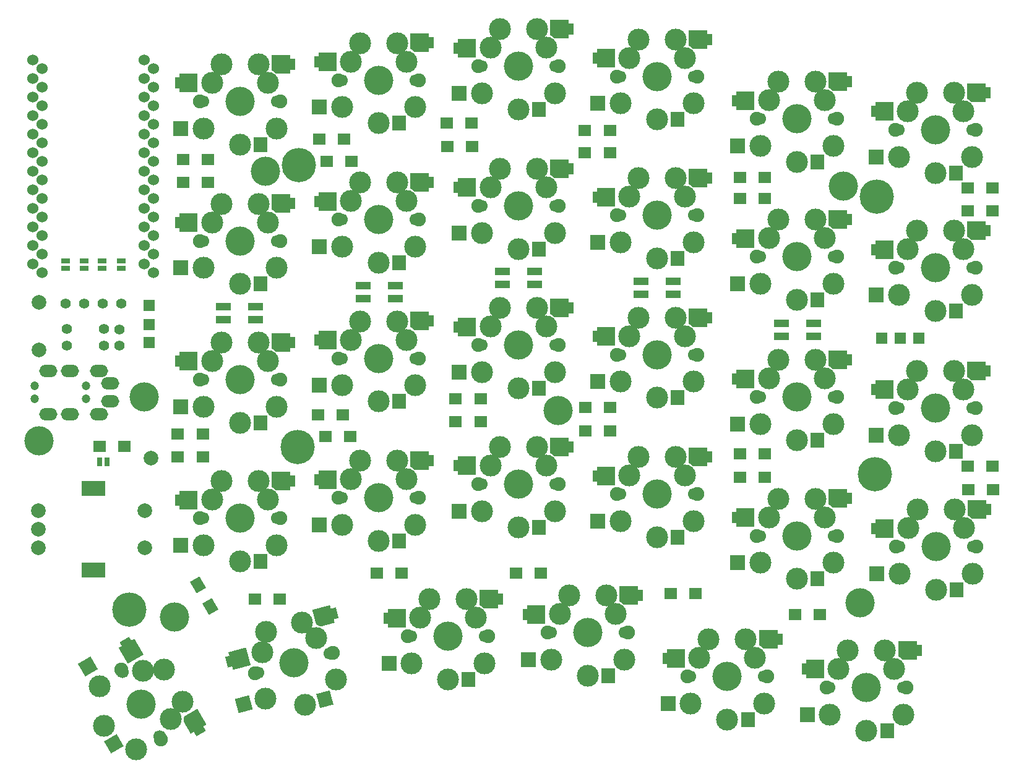
<source format=gbr>
%TF.GenerationSoftware,KiCad,Pcbnew,(5.99.0-9486-g75c525af4f)*%
%TF.CreationDate,2021-07-25T02:57:46+01:00*%
%TF.ProjectId,LimeKeyboard,4c696d65-4b65-4796-926f-6172642e6b69,rev?*%
%TF.SameCoordinates,Original*%
%TF.FileFunction,Soldermask,Bot*%
%TF.FilePolarity,Negative*%
%FSLAX46Y46*%
G04 Gerber Fmt 4.6, Leading zero omitted, Abs format (unit mm)*
G04 Created by KiCad (PCBNEW (5.99.0-9486-g75c525af4f)) date 2021-07-25 02:57:46*
%MOMM*%
%LPD*%
G01*
G04 APERTURE LIST*
G04 Aperture macros list*
%AMRotRect*
0 Rectangle, with rotation*
0 The origin of the aperture is its center*
0 $1 length*
0 $2 width*
0 $3 Rotation angle, in degrees counterclockwise*
0 Add horizontal line*
21,1,$1,$2,0,0,$3*%
%AMFreePoly0*
4,1,17,2.735355,1.235355,2.750000,1.200000,2.750000,-1.200000,2.735355,-1.235355,2.700000,-1.250000,0.300000,-1.250000,0.264645,-1.235355,0.250000,-1.200000,0.250000,-0.750000,-0.350000,-0.750000,-0.350000,0.750000,0.250000,0.750000,0.250000,1.200000,0.264645,1.235355,0.300000,1.250000,2.700000,1.250000,2.735355,1.235355,2.735355,1.235355,$1*%
%AMFreePoly1*
4,1,24,-0.364645,1.235355,-0.350000,1.200000,-0.350000,0.750000,0.350000,0.750000,0.350000,-0.750000,-0.350000,-0.750000,-0.350000,-1.200000,-0.364645,-1.235355,-0.400000,-1.250000,-2.300000,-1.250000,-2.315318,-1.243655,-2.331235,-1.239043,-2.831235,-0.839043,-2.832649,-0.836476,-2.835355,-0.835355,-2.841697,-0.820044,-2.849694,-0.805522,-2.848878,-0.802708,-2.850000,-0.800000,-2.850000,1.200000,
-2.835355,1.235355,-2.800000,1.250000,-0.400000,1.250000,-0.364645,1.235355,-0.364645,1.235355,$1*%
G04 Aperture macros list end*
%ADD10R,0.635000X1.143000*%
%ADD11R,2.000000X1.000000*%
%ADD12R,1.800000X1.500000*%
%ADD13C,3.000000*%
%ADD14C,1.900000*%
%ADD15C,1.700000*%
%ADD16C,4.000000*%
%ADD17R,2.000000X2.000000*%
%ADD18FreePoly0,0.000000*%
%ADD19FreePoly1,0.000000*%
%ADD20R,1.900000X2.000000*%
%ADD21C,4.700000*%
%ADD22C,2.000000*%
%ADD23C,1.397000*%
%ADD24FreePoly0,300.000000*%
%ADD25RotRect,2.000000X2.000000X120.000000*%
%ADD26RotRect,1.900000X2.000000X120.000000*%
%ADD27FreePoly1,300.000000*%
%ADD28R,1.524000X1.524000*%
%ADD29RotRect,1.800000X1.500000X300.000000*%
%ADD30C,1.200000*%
%ADD31O,2.500000X1.700000*%
%ADD32C,1.524000*%
%ADD33R,3.200000X2.000000*%
%ADD34RotRect,2.000000X2.000000X195.000000*%
%ADD35FreePoly0,15.000000*%
%ADD36FreePoly1,15.000000*%
%ADD37RotRect,1.900000X2.000000X195.000000*%
%ADD38R,1.143000X0.635000*%
G04 APERTURE END LIST*
D10*
%TO.C,JP6*%
X91750380Y-105650000D03*
X90749620Y-105650000D03*
%TD*%
D11*
%TO.C,D35*%
X169281200Y-80976500D03*
X169281200Y-82726500D03*
X164881200Y-82726500D03*
X164881200Y-80976500D03*
%TD*%
D12*
%TO.C,D20*%
X121649300Y-102235600D03*
X125049300Y-102235600D03*
%TD*%
%TO.C,D2*%
X120814400Y-61503900D03*
X124214400Y-61503900D03*
%TD*%
D13*
%TO.C,SW1*%
X112499000Y-51231900D03*
X109959000Y-62211900D03*
D14*
X115459000Y-56311900D03*
D13*
X107419000Y-51231900D03*
X114959000Y-60011900D03*
D15*
X104879000Y-56311900D03*
D13*
X104959000Y-60011900D03*
X113769000Y-53771900D03*
X106149000Y-53771899D03*
D16*
X109959000Y-56311900D03*
D15*
X115039000Y-56311900D03*
D14*
X104459000Y-56311900D03*
D17*
X101859000Y-60011900D03*
D18*
X101459000Y-53811900D03*
D19*
X117159000Y-51211900D03*
D20*
X112759000Y-62211900D03*
%TD*%
D13*
%TO.C,SW24*%
X200209000Y-121011900D03*
X202669000Y-112231900D03*
D14*
X199709000Y-117311900D03*
D13*
X209019000Y-114771900D03*
D15*
X200129000Y-117311900D03*
D14*
X210709000Y-117311900D03*
D13*
X205209000Y-123211900D03*
D16*
X205209000Y-117311900D03*
D13*
X201399000Y-114771899D03*
X207749000Y-112231900D03*
X210209000Y-121011900D03*
D15*
X210289000Y-117311900D03*
D17*
X197109000Y-121011900D03*
D18*
X196709000Y-114811900D03*
D19*
X212409000Y-112211900D03*
D20*
X208009000Y-123211900D03*
%TD*%
D12*
%TO.C,D10*%
X157176200Y-63360900D03*
X160576200Y-63360900D03*
%TD*%
D21*
%TO.C,TH5*%
X117827100Y-103670600D03*
%TD*%
D12*
%TO.C,D26*%
X111990400Y-124510800D03*
X115390400Y-124510800D03*
%TD*%
%TO.C,D14*%
X120649300Y-99235600D03*
X124049300Y-99235600D03*
%TD*%
%TO.C,D4*%
X157176200Y-60260900D03*
X160576200Y-60260900D03*
%TD*%
%TO.C,D13*%
X101473200Y-101880100D03*
X104873200Y-101880100D03*
%TD*%
D13*
%TO.C,SW3*%
X144249000Y-48981899D03*
D14*
X142559000Y-51521900D03*
D13*
X143059000Y-55221900D03*
D14*
X153559000Y-51521900D03*
D13*
X151869000Y-48981900D03*
X145519000Y-46441900D03*
X150599000Y-46441900D03*
X148059000Y-57421900D03*
D16*
X148059000Y-51521900D03*
D15*
X153139000Y-51521900D03*
X142979000Y-51521900D03*
D13*
X153059000Y-55221900D03*
D18*
X139559000Y-49021900D03*
D17*
X139959000Y-55221900D03*
D19*
X155259000Y-46421900D03*
D20*
X150859000Y-57421900D03*
%TD*%
D12*
%TO.C,D1*%
X102159000Y-64311900D03*
X105559000Y-64311900D03*
%TD*%
%TO.C,D7*%
X102159000Y-67411900D03*
X105559000Y-67411900D03*
%TD*%
D22*
%TO.C,RSW1*%
X82461100Y-83873200D03*
X82461100Y-90373200D03*
%TD*%
D23*
%TO.C,R2*%
X86291772Y-87510765D03*
X91371772Y-87510765D03*
%TD*%
D12*
%TO.C,D6*%
X209546300Y-68162700D03*
X212946300Y-68162700D03*
%TD*%
%TO.C,D5*%
X178397100Y-66699200D03*
X181797100Y-66699200D03*
%TD*%
%TO.C,D3*%
X138239700Y-59318100D03*
X141639700Y-59318100D03*
%TD*%
%TO.C,D12*%
X209546300Y-71262700D03*
X212946300Y-71262700D03*
%TD*%
%TO.C,D9*%
X138339700Y-62518100D03*
X141739700Y-62518100D03*
%TD*%
%TO.C,D11*%
X178397100Y-69599200D03*
X181797100Y-69599200D03*
%TD*%
D16*
%TO.C,TH5*%
X192519300Y-67881500D03*
%TD*%
%TO.C,TH7*%
X153530300Y-98640900D03*
%TD*%
%TO.C,TH3*%
X100990400Y-126949200D03*
%TD*%
D11*
%TO.C,D36*%
X188445500Y-86742300D03*
X188445500Y-88492300D03*
X184045500Y-88492300D03*
X184045500Y-86742300D03*
%TD*%
D16*
%TO.C,TH6*%
X113474500Y-65849500D03*
%TD*%
D14*
%TO.C,SW25*%
X99189000Y-143655040D03*
D15*
X98979000Y-143291309D03*
D13*
X95734706Y-145072027D03*
X100543705Y-140921457D03*
X99568409Y-134152195D03*
D14*
X93689000Y-134128760D03*
D13*
X91329450Y-141841900D03*
X96733705Y-134322343D03*
D16*
X96439000Y-138891900D03*
D15*
X93899000Y-134492491D03*
D13*
X102108409Y-138551605D03*
X90734706Y-136411773D03*
D24*
X94354064Y-130280684D03*
D25*
X89184706Y-133727094D03*
D26*
X92729450Y-144266771D03*
D27*
X104455730Y-142577283D03*
%TD*%
D16*
%TO.C,TH4*%
X194856100Y-124968000D03*
%TD*%
D28*
%TO.C,LED*%
X97548700Y-89355300D03*
X97548700Y-86855300D03*
X97548700Y-84255300D03*
%TD*%
%TO.C,LED*%
X202844400Y-88734900D03*
X200344400Y-88734900D03*
X197744400Y-88734900D03*
%TD*%
D16*
%TO.C,TH1*%
X82473800Y-102831900D03*
%TD*%
D12*
%TO.C,D27*%
X128715900Y-120918100D03*
X132115900Y-120918100D03*
%TD*%
%TO.C,D15*%
X139484300Y-97062500D03*
X142884300Y-97062500D03*
%TD*%
%TO.C,D31*%
X90750000Y-103575000D03*
X94150000Y-103575000D03*
%TD*%
D29*
%TO.C,D25*%
X104190800Y-122516900D03*
X105890800Y-125461386D03*
%TD*%
D16*
%TO.C,TH2*%
X96824800Y-96824800D03*
%TD*%
D12*
%TO.C,D22*%
X157214300Y-101410100D03*
X160614300Y-101410100D03*
%TD*%
%TO.C,D16*%
X157214300Y-98210100D03*
X160614300Y-98210100D03*
%TD*%
%TO.C,D18*%
X209546300Y-106262700D03*
X212946300Y-106262700D03*
%TD*%
D13*
%TO.C,SW29*%
X181659000Y-138777200D03*
X172849000Y-132537199D03*
X179199000Y-129997200D03*
D16*
X176659000Y-135077200D03*
D15*
X181739000Y-135077200D03*
D13*
X180469000Y-132537200D03*
X176659000Y-140977200D03*
X171659000Y-138777200D03*
D15*
X171579000Y-135077200D03*
D14*
X182159000Y-135077200D03*
X171159000Y-135077200D03*
D13*
X174119000Y-129997200D03*
D18*
X168159000Y-132577200D03*
D17*
X168559000Y-138777200D03*
D19*
X183859000Y-129977200D03*
D20*
X179459000Y-140977200D03*
%TD*%
D12*
%TO.C,D28*%
X147739700Y-120918100D03*
X151139700Y-120918100D03*
%TD*%
%TO.C,D24*%
X209646300Y-109462700D03*
X213046300Y-109462700D03*
%TD*%
%TO.C,D17*%
X178397100Y-104599200D03*
X181797100Y-104599200D03*
%TD*%
%TO.C,D23*%
X178397100Y-107799200D03*
X181797100Y-107799200D03*
%TD*%
D15*
%TO.C,SW30*%
X200789000Y-136577200D03*
D16*
X195709000Y-136577200D03*
D13*
X195709000Y-142477200D03*
X199519000Y-134037200D03*
X193169000Y-131497200D03*
X198249000Y-131497200D03*
X191899000Y-134037199D03*
D15*
X190629000Y-136577200D03*
D13*
X190709000Y-140277200D03*
D14*
X190209000Y-136577200D03*
D13*
X200709000Y-140277200D03*
D14*
X201209000Y-136577200D03*
D18*
X187209000Y-134077200D03*
D17*
X187609000Y-140277200D03*
D19*
X202909000Y-131477200D03*
D20*
X198509000Y-142477200D03*
%TD*%
D12*
%TO.C,D21*%
X139484300Y-100162500D03*
X142884300Y-100162500D03*
%TD*%
D23*
%TO.C,J3*%
X86146300Y-83985300D03*
X88686300Y-83985300D03*
X91226300Y-83985300D03*
X93766300Y-83985300D03*
%TD*%
D12*
%TO.C,D19*%
X101473200Y-104980100D03*
X104873200Y-104980100D03*
%TD*%
D15*
%TO.C,SW21*%
X153139000Y-108711900D03*
D13*
X150599000Y-103631900D03*
X148059000Y-114611900D03*
X143059000Y-112411900D03*
D15*
X142979000Y-108711900D03*
D13*
X144249000Y-106171899D03*
X151869000Y-106171900D03*
D14*
X153559000Y-108711900D03*
D16*
X148059000Y-108711900D03*
D13*
X153059000Y-112411900D03*
D14*
X142559000Y-108711900D03*
D13*
X145519000Y-103631900D03*
D17*
X139959000Y-112411900D03*
D18*
X139559000Y-106211900D03*
D19*
X155259000Y-103611900D03*
D20*
X150859000Y-114611900D03*
%TD*%
D13*
%TO.C,SW20*%
X123959000Y-114311900D03*
X131499000Y-105531900D03*
X133959000Y-114311900D03*
X128959000Y-116511900D03*
X125149000Y-108071899D03*
D15*
X134039000Y-110611900D03*
D14*
X134459000Y-110611900D03*
X123459000Y-110611900D03*
D15*
X123879000Y-110611900D03*
D16*
X128959000Y-110611900D03*
D13*
X132769000Y-108071900D03*
X126419000Y-105531900D03*
D17*
X120859000Y-114311900D03*
D18*
X120459000Y-108111900D03*
D20*
X131759000Y-116511900D03*
D19*
X136159000Y-105511900D03*
%TD*%
D13*
%TO.C,SW23*%
X188699000Y-110731900D03*
D16*
X186159000Y-115811900D03*
D14*
X191659000Y-115811900D03*
D15*
X181079000Y-115811900D03*
D13*
X189969000Y-113271900D03*
X186159000Y-121711900D03*
X182349000Y-113271899D03*
D15*
X191239000Y-115811900D03*
D14*
X180659000Y-115811900D03*
D13*
X183619000Y-110731900D03*
X191159000Y-119511900D03*
X181159000Y-119511900D03*
D17*
X178059000Y-119511900D03*
D18*
X177659000Y-113311900D03*
D20*
X188959000Y-121711900D03*
D19*
X193359000Y-110711900D03*
%TD*%
D13*
%TO.C,SW27*%
X138459000Y-135461900D03*
D16*
X138459000Y-129561900D03*
D15*
X133379000Y-129561900D03*
D13*
X134649000Y-127021899D03*
D14*
X132959000Y-129561900D03*
D13*
X143459000Y-133261900D03*
D14*
X143959000Y-129561900D03*
D13*
X140999000Y-124481900D03*
X135919000Y-124481900D03*
D15*
X143539000Y-129561900D03*
D13*
X133459000Y-133261900D03*
X142269000Y-127021900D03*
D18*
X129959000Y-127061900D03*
D17*
X130359000Y-133261900D03*
D20*
X141259000Y-135461900D03*
D19*
X145659000Y-124461900D03*
%TD*%
D13*
%TO.C,SW17*%
X191159000Y-100511900D03*
X182349000Y-94271899D03*
X188699000Y-91731900D03*
X181159000Y-100511900D03*
X186159000Y-102711900D03*
D14*
X191659000Y-96811900D03*
D13*
X189969000Y-94271900D03*
D15*
X181079000Y-96811900D03*
D13*
X183619000Y-91731900D03*
D14*
X180659000Y-96811900D03*
D15*
X191239000Y-96811900D03*
D16*
X186159000Y-96811900D03*
D18*
X177659000Y-94311900D03*
D17*
X178059000Y-100511900D03*
D20*
X188959000Y-102711900D03*
D19*
X193359000Y-91711900D03*
%TD*%
D13*
%TO.C,SW15*%
X150599000Y-84631900D03*
X153059000Y-93411900D03*
X144249000Y-87171899D03*
X143059000Y-93411900D03*
X151869000Y-87171900D03*
X148059000Y-95611900D03*
X145519000Y-84631900D03*
D15*
X153139000Y-89711900D03*
D16*
X148059000Y-89711900D03*
D15*
X142979000Y-89711900D03*
D14*
X142559000Y-89711900D03*
X153559000Y-89711900D03*
D17*
X139959000Y-93411900D03*
D18*
X139559000Y-87211900D03*
D19*
X155259000Y-84611900D03*
D20*
X150859000Y-95611900D03*
%TD*%
D13*
%TO.C,SW14*%
X128959000Y-97411900D03*
D16*
X128959000Y-91511900D03*
D15*
X134039000Y-91511900D03*
D14*
X123459000Y-91511900D03*
D13*
X125149000Y-88971899D03*
D15*
X123879000Y-91511900D03*
D13*
X132769000Y-88971900D03*
X133959000Y-95211900D03*
X131499000Y-86431900D03*
X126419000Y-86431900D03*
X123959000Y-95211900D03*
D14*
X134459000Y-91511900D03*
D17*
X120859000Y-95211900D03*
D18*
X120459000Y-89011900D03*
D20*
X131759000Y-97411900D03*
D19*
X136159000Y-86411900D03*
%TD*%
D30*
%TO.C,J2*%
X81918100Y-95302000D03*
X81918100Y-97052000D03*
X88918100Y-97052000D03*
X88918100Y-95302000D03*
D31*
X90718100Y-99152000D03*
X90718100Y-93202000D03*
X86718100Y-93202000D03*
X86718100Y-99152000D03*
X83718100Y-99152000D03*
X83718100Y-93202000D03*
X92218100Y-94952000D03*
X92218100Y-97402000D03*
%TD*%
D32*
%TO.C,U1*%
X98165115Y-51811045D03*
X81626300Y-50615300D03*
X98165115Y-54351045D03*
X81626300Y-53155300D03*
X81626300Y-55695300D03*
X98165115Y-56891045D03*
X81626300Y-58235300D03*
X98165115Y-59431045D03*
X98165115Y-61971045D03*
X81626300Y-60775300D03*
X98165115Y-64511045D03*
X81626300Y-63315300D03*
X98165115Y-67051045D03*
X81626300Y-65855300D03*
X81626300Y-68395300D03*
X98165115Y-69591045D03*
X98165115Y-72131045D03*
X81626300Y-70935300D03*
X98165115Y-74671045D03*
X81626300Y-73475300D03*
X98165115Y-77211045D03*
X81626300Y-76015300D03*
X98165115Y-79751045D03*
X81626300Y-78555300D03*
X96866300Y-78555300D03*
X82925115Y-79751045D03*
X82925115Y-77211045D03*
X96866300Y-76015300D03*
X82925115Y-74671045D03*
X96866300Y-73475300D03*
X82925115Y-72131045D03*
X96866300Y-70935300D03*
X96866300Y-68395300D03*
X82925115Y-69591045D03*
X82925115Y-67051045D03*
X96866300Y-65855300D03*
X82925115Y-64511045D03*
X96866300Y-63315300D03*
X96866300Y-60775300D03*
X82925115Y-61971045D03*
X82925115Y-59431045D03*
X96866300Y-58235300D03*
X96866300Y-55695300D03*
X82925115Y-56891045D03*
X82925115Y-54351045D03*
X96866300Y-53155300D03*
X96866300Y-50615300D03*
X82925115Y-51811045D03*
%TD*%
D16*
%TO.C,SW16*%
X167059000Y-91011900D03*
D13*
X172059000Y-94711900D03*
D15*
X172139000Y-91011900D03*
D13*
X164519000Y-85931900D03*
X170869000Y-88471900D03*
D15*
X161979000Y-91011900D03*
D14*
X172559000Y-91011900D03*
D13*
X169599000Y-85931900D03*
X162059000Y-94711900D03*
X163249000Y-88471899D03*
X167059000Y-96911900D03*
D14*
X161559000Y-91011900D03*
D17*
X158959000Y-94711900D03*
D18*
X158559000Y-88511900D03*
D19*
X174259000Y-85911900D03*
D20*
X169859000Y-96911900D03*
%TD*%
D16*
%TO.C,SW28*%
X157559000Y-129061900D03*
D13*
X160099000Y-123981900D03*
X162559000Y-132761900D03*
X152559000Y-132761900D03*
X157559000Y-134961900D03*
X153749000Y-126521899D03*
D14*
X152059000Y-129061900D03*
D15*
X162639000Y-129061900D03*
D13*
X155019000Y-123981900D03*
X161369000Y-126521900D03*
D15*
X152479000Y-129061900D03*
D14*
X163059000Y-129061900D03*
D17*
X149459000Y-132761900D03*
D18*
X149059000Y-126561900D03*
D20*
X160359000Y-134961900D03*
D19*
X164759000Y-123961900D03*
%TD*%
D15*
%TO.C,SW19*%
X115039000Y-113411900D03*
D14*
X115459000Y-113411900D03*
D13*
X109959000Y-119311900D03*
X113769000Y-110871900D03*
X107419000Y-108331900D03*
D15*
X104879000Y-113411900D03*
D13*
X106149000Y-110871899D03*
X104959000Y-117111900D03*
X112499000Y-108331900D03*
D16*
X109959000Y-113411900D03*
D13*
X114959000Y-117111900D03*
D14*
X104459000Y-113411900D03*
D17*
X101859000Y-117111900D03*
D18*
X101459000Y-110911900D03*
D20*
X112759000Y-119311900D03*
D19*
X117159000Y-108311900D03*
%TD*%
D22*
%TO.C,SW31*%
X82416000Y-112409600D03*
X82416000Y-117409600D03*
X82416000Y-114909600D03*
D33*
X89916000Y-109309600D03*
X89916000Y-120509600D03*
D22*
X96916000Y-117409600D03*
X96916000Y-112409600D03*
%TD*%
D15*
%TO.C,SW22*%
X161979000Y-110111900D03*
D13*
X170869000Y-107571900D03*
X164519000Y-105031900D03*
X167059000Y-116011900D03*
X172059000Y-113811900D03*
D16*
X167059000Y-110111900D03*
D13*
X169599000Y-105031900D03*
X162059000Y-113811900D03*
D14*
X161559000Y-110111900D03*
D15*
X172139000Y-110111900D03*
D14*
X172559000Y-110111900D03*
D13*
X163249000Y-107571899D03*
D18*
X158559000Y-107611900D03*
D17*
X158959000Y-113811900D03*
D20*
X169859000Y-116011900D03*
D19*
X174259000Y-105011900D03*
%TD*%
D13*
%TO.C,SW26*%
X118477651Y-127667596D03*
D14*
X122651592Y-131808395D03*
D16*
X117339000Y-133231900D03*
D14*
X112026408Y-134655405D03*
D15*
X112432097Y-134546701D03*
D13*
X113570748Y-128982397D03*
D15*
X122245903Y-131917099D03*
D13*
X113001422Y-131764548D03*
X118866032Y-138930862D03*
X113467001Y-138099921D03*
X123126260Y-135511730D03*
X120361777Y-129792348D03*
D34*
X110472631Y-138902260D03*
D35*
X108481583Y-133017047D03*
D36*
X122973689Y-126442181D03*
D37*
X121570625Y-138206169D03*
%TD*%
D13*
%TO.C,SW18*%
X205159000Y-104211900D03*
X208969000Y-95771900D03*
X202619000Y-93231900D03*
X201349000Y-95771899D03*
D14*
X210659000Y-98311900D03*
D13*
X207699000Y-93231900D03*
X200159000Y-102011900D03*
D14*
X199659000Y-98311900D03*
D15*
X210239000Y-98311900D03*
D16*
X205159000Y-98311900D03*
D13*
X210159000Y-102011900D03*
D15*
X200079000Y-98311900D03*
D18*
X196659000Y-95811900D03*
D17*
X197059000Y-102011900D03*
D20*
X207959000Y-104211900D03*
D19*
X212359000Y-93211900D03*
%TD*%
D21*
%TO.C,TH4*%
X197142100Y-69329300D03*
%TD*%
%TO.C,TH7*%
X94800000Y-125875000D03*
%TD*%
D11*
%TO.C,D33*%
X131244700Y-81548000D03*
X131244700Y-83298000D03*
X126844700Y-83298000D03*
X126844700Y-81548000D03*
%TD*%
D21*
%TO.C,TH3*%
X118055700Y-65048300D03*
%TD*%
D11*
%TO.C,D32*%
X112133600Y-84444100D03*
X112133600Y-86194100D03*
X107733600Y-86194100D03*
X107733600Y-84444100D03*
%TD*%
D12*
%TO.C,D29*%
X168913600Y-123710700D03*
X172313600Y-123710700D03*
%TD*%
%TO.C,D8*%
X121814400Y-64503900D03*
X125214400Y-64503900D03*
%TD*%
%TO.C,D30*%
X185954800Y-126607700D03*
X189354800Y-126607700D03*
%TD*%
D11*
%TO.C,D34*%
X150320100Y-79630300D03*
X150320100Y-81380300D03*
X145920100Y-81380300D03*
X145920100Y-79630300D03*
%TD*%
D15*
%TO.C,SW12*%
X210239000Y-79111900D03*
D13*
X210159000Y-82811900D03*
D16*
X205159000Y-79111900D03*
D14*
X199659000Y-79111900D03*
D13*
X201349000Y-76571899D03*
D15*
X200079000Y-79111900D03*
D13*
X208969000Y-76571900D03*
X200159000Y-82811900D03*
D14*
X210659000Y-79111900D03*
D13*
X202619000Y-74031900D03*
X207699000Y-74031900D03*
X205159000Y-85011900D03*
D18*
X196659000Y-76611900D03*
D17*
X197059000Y-82811900D03*
D20*
X207959000Y-85011900D03*
D19*
X212359000Y-74011900D03*
%TD*%
D23*
%TO.C,R1*%
X86291772Y-89760765D03*
X91371772Y-89760765D03*
%TD*%
D13*
%TO.C,SW8*%
X126419000Y-67431900D03*
X133959000Y-76211900D03*
D15*
X123879000Y-72511900D03*
D13*
X132769000Y-69971900D03*
X131499000Y-67431900D03*
X125149000Y-69971899D03*
D16*
X128959000Y-72511900D03*
D13*
X128959000Y-78411900D03*
X123959000Y-76211900D03*
D15*
X134039000Y-72511900D03*
D14*
X123459000Y-72511900D03*
X134459000Y-72511900D03*
D18*
X120459000Y-70011900D03*
D17*
X120859000Y-76211900D03*
D20*
X131759000Y-78411900D03*
D19*
X136159000Y-67411900D03*
%TD*%
D13*
%TO.C,SW5*%
X181159000Y-62411900D03*
D16*
X186159000Y-58711900D03*
D13*
X182349000Y-56171899D03*
X183619000Y-53631900D03*
X188699000Y-53631900D03*
D15*
X191239000Y-58711900D03*
D13*
X186159000Y-64611900D03*
D15*
X181079000Y-58711900D03*
D13*
X189969000Y-56171900D03*
D14*
X180659000Y-58711900D03*
X191659000Y-58711900D03*
D13*
X191159000Y-62411900D03*
D17*
X178059000Y-62411900D03*
D18*
X177659000Y-56211900D03*
D20*
X188959000Y-64611900D03*
D19*
X193359000Y-53611900D03*
%TD*%
D14*
%TO.C,SW10*%
X172559000Y-71911900D03*
D15*
X172139000Y-71911900D03*
D13*
X163249000Y-69371899D03*
D15*
X161979000Y-71911900D03*
D13*
X170869000Y-69371900D03*
X172059000Y-75611900D03*
X164519000Y-66831900D03*
D14*
X161559000Y-71911900D03*
D13*
X162059000Y-75611900D03*
X167059000Y-77811900D03*
D16*
X167059000Y-71911900D03*
D13*
X169599000Y-66831900D03*
D18*
X158559000Y-69411900D03*
D17*
X158959000Y-75611900D03*
D19*
X174259000Y-66811900D03*
D20*
X169859000Y-77811900D03*
%TD*%
D15*
%TO.C,SW7*%
X104879000Y-75411900D03*
D13*
X112499000Y-70331900D03*
X107419000Y-70331900D03*
X109959000Y-81311900D03*
X104959000Y-79111900D03*
X114959000Y-79111900D03*
D15*
X115039000Y-75411900D03*
D13*
X106149000Y-72871899D03*
D16*
X109959000Y-75411900D03*
D14*
X104459000Y-75411900D03*
X115459000Y-75411900D03*
D13*
X113769000Y-72871900D03*
D18*
X101459000Y-72911900D03*
D17*
X101859000Y-79111900D03*
D20*
X112759000Y-81311900D03*
D19*
X117159000Y-70311900D03*
%TD*%
D13*
%TO.C,SW9*%
X148059000Y-76511900D03*
X145519000Y-65531900D03*
D15*
X153139000Y-70611900D03*
D16*
X148059000Y-70611900D03*
D13*
X150599000Y-65531900D03*
D14*
X142559000Y-70611900D03*
D13*
X143059000Y-74311900D03*
X153059000Y-74311900D03*
D14*
X153559000Y-70611900D03*
D15*
X142979000Y-70611900D03*
D13*
X151869000Y-68071900D03*
X144249000Y-68071899D03*
D18*
X139559000Y-68111900D03*
D17*
X139959000Y-74311900D03*
D19*
X155259000Y-65511900D03*
D20*
X150859000Y-76511900D03*
%TD*%
D16*
%TO.C,SW6*%
X205159000Y-60211900D03*
D13*
X202619000Y-55131900D03*
X201349000Y-57671899D03*
X205159000Y-66111900D03*
X207699000Y-55131900D03*
X208969000Y-57671900D03*
D15*
X200079000Y-60211900D03*
X210239000Y-60211900D03*
D14*
X199659000Y-60211900D03*
D13*
X210159000Y-63911900D03*
D14*
X210659000Y-60211900D03*
D13*
X200159000Y-63911900D03*
D18*
X196659000Y-57711900D03*
D17*
X197059000Y-63911900D03*
D19*
X212359000Y-55111900D03*
D20*
X207959000Y-66111900D03*
%TD*%
D14*
%TO.C,SW4*%
X172559000Y-52911900D03*
D13*
X162059000Y-56611900D03*
D14*
X161559000Y-52911900D03*
D16*
X167059000Y-52911900D03*
D13*
X172059000Y-56611900D03*
X167059000Y-58811900D03*
D15*
X161979000Y-52911900D03*
D13*
X170869000Y-50371900D03*
X164519000Y-47831900D03*
X169599000Y-47831900D03*
X163249000Y-50371899D03*
D15*
X172139000Y-52911900D03*
D17*
X158959000Y-56611900D03*
D18*
X158559000Y-50411900D03*
D19*
X174259000Y-47811900D03*
D20*
X169859000Y-58811900D03*
%TD*%
D23*
%TO.C,P2*%
X93492500Y-87548800D03*
%TD*%
D21*
%TO.C,TH6*%
X196846500Y-107366000D03*
%TD*%
D13*
%TO.C,SW11*%
X182349000Y-75071899D03*
D14*
X191659000Y-77611900D03*
D15*
X181079000Y-77611900D03*
D13*
X183619000Y-72531900D03*
X186159000Y-83511900D03*
X189969000Y-75071900D03*
X181159000Y-81311900D03*
D16*
X186159000Y-77611900D03*
D15*
X191239000Y-77611900D03*
D13*
X188699000Y-72531900D03*
D14*
X180659000Y-77611900D03*
D13*
X191159000Y-81311900D03*
D17*
X178059000Y-81311900D03*
D18*
X177659000Y-75111900D03*
D20*
X188959000Y-83511900D03*
D19*
X193359000Y-72511900D03*
%TD*%
D13*
%TO.C,SW2*%
X123959000Y-57111900D03*
D14*
X134459000Y-53411900D03*
X123459000Y-53411900D03*
D15*
X134039000Y-53411900D03*
D13*
X125149000Y-50871899D03*
X132769000Y-50871900D03*
X131499000Y-48331900D03*
D16*
X128959000Y-53411900D03*
D15*
X123879000Y-53411900D03*
D13*
X133959000Y-57111900D03*
X128959000Y-59311900D03*
X126419000Y-48331900D03*
D18*
X120459000Y-50911900D03*
D17*
X120859000Y-57111900D03*
D20*
X131759000Y-59311900D03*
D19*
X136159000Y-48311900D03*
%TD*%
D14*
%TO.C,SW13*%
X115459000Y-94411900D03*
D13*
X112499000Y-89331900D03*
X114959000Y-98111900D03*
D16*
X109959000Y-94411900D03*
D15*
X115039000Y-94411900D03*
D13*
X109959000Y-100311900D03*
X107419000Y-89331900D03*
X113769000Y-91871900D03*
D14*
X104459000Y-94411900D03*
D15*
X104879000Y-94411900D03*
D13*
X104959000Y-98111900D03*
X106149000Y-91871899D03*
D17*
X101859000Y-98111900D03*
D18*
X101459000Y-91911900D03*
D20*
X112759000Y-100311900D03*
D19*
X117159000Y-89311900D03*
%TD*%
D23*
%TO.C,P1*%
X93492500Y-89748800D03*
%TD*%
D22*
%TO.C,*%
X97775000Y-105175000D03*
%TD*%
D38*
%TO.C,JP7*%
X88646300Y-79185680D03*
X88646300Y-78184920D03*
%TD*%
%TO.C,JP5*%
X93746300Y-79185680D03*
X93746300Y-78184920D03*
%TD*%
%TO.C,JP6*%
X91146300Y-79185680D03*
X91146300Y-78184920D03*
%TD*%
%TO.C,JP8*%
X86146300Y-79185680D03*
X86146300Y-78184920D03*
%TD*%
M02*

</source>
